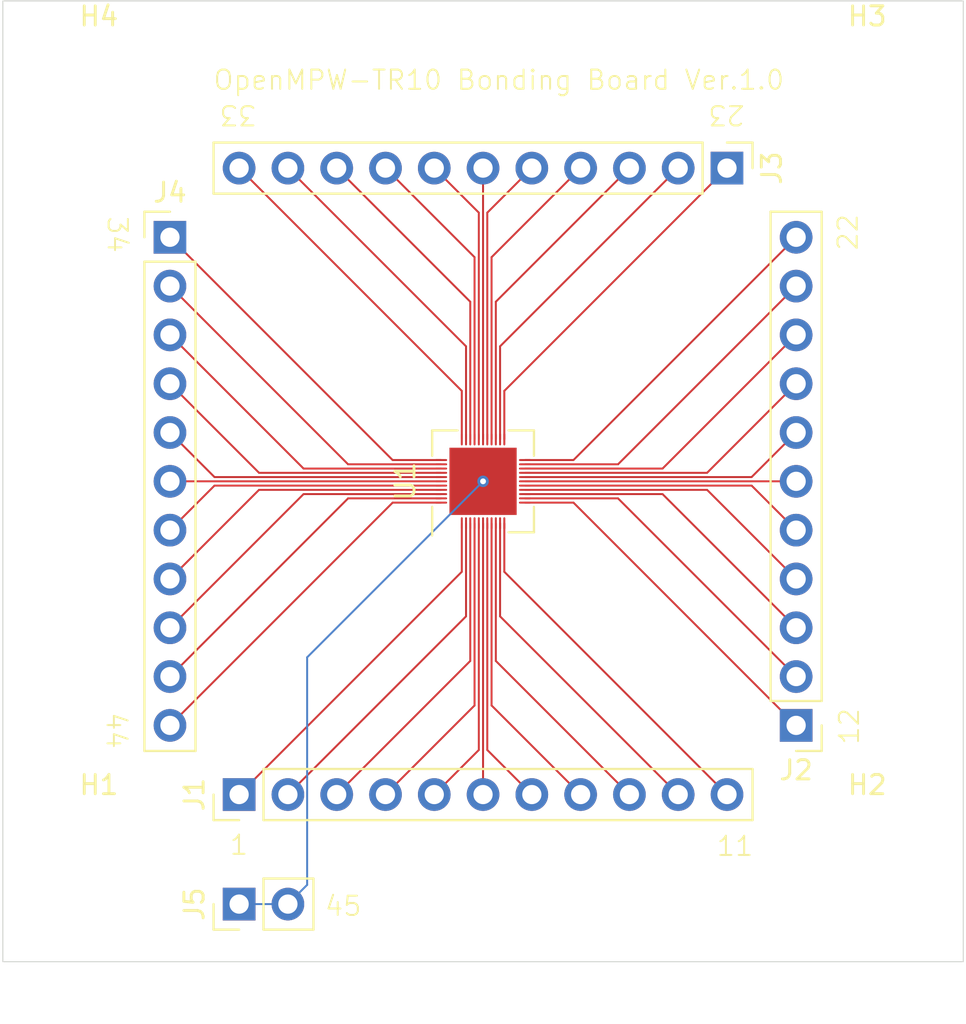
<source format=kicad_pcb>
(kicad_pcb (version 20240108) (generator "pcbnew") (generator_version "8.0")
  (layers (0 "F.Cu" signal) (31 "B.Cu" signal) (34 "B.Paste" user) (35 "F.Paste" user) (36 "B.SilkS" user "B.Silkscreen") (37 "F.SilkS" user "F.Silkscreen") (38 "B.Mask" user) (39 "F.Mask" user) (44 "Edge.Cuts" user))
  (net 0 "")
  (net 1 "Net-(J1-Pin_3)")
  (net 2 "Net-(J1-Pin_10)")
  (net 3 "Net-(J1-Pin_2)")
  (net 4 "Net-(J1-Pin_9)")
  (net 5 "Net-(J1-Pin_8)")
  (net 6 "Net-(J1-Pin_5)")
  (net 7 "Net-(J1-Pin_1)")
  (net 8 "Net-(J1-Pin_11)")
  (net 9 "Net-(J1-Pin_6)")
  (net 10 "Net-(J1-Pin_7)")
  (net 11 "Net-(J1-Pin_4)")
  (net 12 "Net-(J2-Pin_11)")
  (net 13 "Net-(J2-Pin_1)")
  (net 14 "Net-(J2-Pin_3)")
  (net 15 "Net-(J2-Pin_10)")
  (net 16 "Net-(J2-Pin_7)")
  (net 17 "Net-(J2-Pin_8)")
  (net 18 "Net-(J2-Pin_6)")
  (net 19 "Net-(J2-Pin_4)")
  (net 20 "Net-(J2-Pin_5)")
  (net 21 "Net-(J2-Pin_2)")
  (net 22 "Net-(J2-Pin_9)")
  (net 23 "Net-(J3-Pin_10)")
  (net 24 "Net-(J3-Pin_2)")
  (net 25 "Net-(J3-Pin_11)")
  (net 26 "Net-(J3-Pin_4)")
  (net 27 "Net-(J3-Pin_7)")
  (net 28 "Net-(J3-Pin_9)")
  (net 29 "Net-(J3-Pin_3)")
  (net 30 "Net-(J3-Pin_5)")
  (net 31 "Net-(J3-Pin_1)")
  (net 32 "Net-(J3-Pin_6)")
  (net 33 "Net-(J3-Pin_8)")
  (net 34 "Net-(J4-Pin_4)")
  (net 35 "Net-(J4-Pin_2)")
  (net 36 "Net-(J4-Pin_10)")
  (net 37 "Net-(J4-Pin_7)")
  (net 38 "Net-(J4-Pin_6)")
  (net 39 "Net-(J4-Pin_3)")
  (net 40 "Net-(J4-Pin_8)")
  (net 41 "Net-(J4-Pin_11)")
  (net 42 "Net-(J4-Pin_9)")
  (net 43 "Net-(J4-Pin_1)")
  (net 44 "Net-(J4-Pin_5)")
  (net 45 "Net-(J5-Pin_1)")
  (footprint "Connector_PinHeader_2.54mm:PinHeader_1x02_P2.54mm_Vertical" (layer "F.Cu") (at 137.3 122 90)
    (property "Reference" "J5" (at 0 -2.33 90) (layer "F.SilkS"))
    (property "Value" "Conn_01x02_Pin")
    (fp_line (start -1.33 -1.33) (end 0 -1.33) (stroke (width 0.12)) (layer "F.SilkS"))
    (fp_line (start -1.33 0) (end -1.33 -1.33) (stroke (width 0.12)) (layer "F.SilkS"))
    (fp_line (start 1.33 1.27) (end 1.33 3.87) (stroke (width 0.12)) (layer "F.SilkS"))
    (fp_line (start -1.33 1.27) (end 1.33 1.27) (stroke (width 0.12)) (layer "F.SilkS"))
    (fp_line (start -1.33 1.27) (end -1.33 3.87) (stroke (width 0.12)) (layer "F.SilkS"))
    (fp_line (start -1.33 3.87) (end 1.33 3.87) (stroke (width 0.12)) (layer "F.SilkS"))
    (pad "1" thru_hole rect (at 0 0 90) (size 1.7 1.7) (drill 1) (layers "*.Cu" "*.Mask") (net 45 "Net-(J5-Pin_1)"))
    (pad "2" thru_hole oval (at 0 2.54 90) (size 1.7 1.7) (drill 1) (layers "*.Cu" "*.Mask") (net 45 "Net-(J5-Pin_1)"))
  )
  (footprint "MountingHole:MountingHole_3.2mm_M3" (layer "F.Cu") (at 130 120)
    (property "Reference" "H1" (at 0 -4.2 0) (layer "F.SilkS"))
    (property "Value" "MountingHole")
    (pad "" np_thru_hole circle (at 0 0) (size 3.2 3.2) (drill 3.2) (layers "*.Cu" "*.Mask"))
  )
  (footprint "Connector_PinHeader_2.54mm:PinHeader_1x11_P2.54mm_Vertical" (layer "F.Cu") (at 133.7 87.3)
    (property "Reference" "J4" (at 0 -2.33 0) (layer "F.SilkS"))
    (property "Value" "Conn_01x11_Pin")
    (fp_line (start -1.33 -1.33) (end 0 -1.33) (stroke (width 0.12)) (layer "F.SilkS"))
    (fp_line (start -1.33 0) (end -1.33 -1.33) (stroke (width 0.12)) (layer "F.SilkS"))
    (fp_line (start -1.33 1.27) (end -1.33 26.73) (stroke (width 0.12)) (layer "F.SilkS"))
    (fp_line (start -1.33 1.27) (end 1.33 1.27) (stroke (width 0.12)) (layer "F.SilkS"))
    (fp_line (start -1.33 26.73) (end 1.33 26.73) (stroke (width 0.12)) (layer "F.SilkS"))
    (fp_line (start 1.33 1.27) (end 1.33 26.73) (stroke (width 0.12)) (layer "F.SilkS"))
    (pad "1" thru_hole rect (at 0 0) (size 1.7 1.7) (drill 1) (layers "*.Cu" "*.Mask") (net 43 "Net-(J4-Pin_1)"))
    (pad "2" thru_hole oval (at 0 2.54) (size 1.7 1.7) (drill 1) (layers "*.Cu" "*.Mask") (net 35 "Net-(J4-Pin_2)"))
    (pad "3" thru_hole oval (at 0 5.08) (size 1.7 1.7) (drill 1) (layers "*.Cu" "*.Mask") (net 39 "Net-(J4-Pin_3)"))
    (pad "4" thru_hole oval (at 0 7.62) (size 1.7 1.7) (drill 1) (layers "*.Cu" "*.Mask") (net 34 "Net-(J4-Pin_4)"))
    (pad "5" thru_hole oval (at 0 10.16) (size 1.7 1.7) (drill 1) (layers "*.Cu" "*.Mask") (net 44 "Net-(J4-Pin_5)"))
    (pad "6" thru_hole oval (at 0 12.7) (size 1.7 1.7) (drill 1) (layers "*.Cu" "*.Mask") (net 38 "Net-(J4-Pin_6)"))
    (pad "7" thru_hole oval (at 0 15.24) (size 1.7 1.7) (drill 1) (layers "*.Cu" "*.Mask") (net 37 "Net-(J4-Pin_7)"))
    (pad "8" thru_hole oval (at 0 17.78) (size 1.7 1.7) (drill 1) (layers "*.Cu" "*.Mask") (net 40 "Net-(J4-Pin_8)"))
    (pad "9" thru_hole oval (at 0 20.32) (size 1.7 1.7) (drill 1) (layers "*.Cu" "*.Mask") (net 42 "Net-(J4-Pin_9)"))
    (pad "10" thru_hole oval (at 0 22.86) (size 1.7 1.7) (drill 1) (layers "*.Cu" "*.Mask") (net 36 "Net-(J4-Pin_10)"))
    (pad "11" thru_hole oval (at 0 25.4) (size 1.7 1.7) (drill 1) (layers "*.Cu" "*.Mask") (net 41 "Net-(J4-Pin_11)"))
  )
  (footprint "Connector_PinHeader_2.54mm:PinHeader_1x11_P2.54mm_Vertical" (layer "F.Cu") (at 166.3 112.7 180)
    (property "Reference" "J2" (at 0 -2.33 0) (layer "F.SilkS"))
    (property "Value" "Conn_01x11_Pin")
    (fp_line (start 1.33 1.27) (end 1.33 26.73) (stroke (width 0.12)) (layer "F.SilkS"))
    (fp_line (start -1.33 26.73) (end 1.33 26.73) (stroke (width 0.12)) (layer "F.SilkS"))
    (fp_line (start -1.33 1.27) (end 1.33 1.27) (stroke (width 0.12)) (layer "F.SilkS"))
    (fp_line (start -1.33 1.27) (end -1.33 26.73) (stroke (width 0.12)) (layer "F.SilkS"))
    (fp_line (start -1.33 0) (end -1.33 -1.33) (stroke (width 0.12)) (layer "F.SilkS"))
    (fp_line (start -1.33 -1.33) (end 0 -1.33) (stroke (width 0.12)) (layer "F.SilkS"))
    (pad "1" thru_hole rect (at 0 0 180) (size 1.7 1.7) (drill 1) (layers "*.Cu" "*.Mask") (net 13 "Net-(J2-Pin_1)"))
    (pad "2" thru_hole oval (at 0 2.54 180) (size 1.7 1.7) (drill 1) (layers "*.Cu" "*.Mask") (net 21 "Net-(J2-Pin_2)"))
    (pad "3" thru_hole oval (at 0 5.08 180) (size 1.7 1.7) (drill 1) (layers "*.Cu" "*.Mask") (net 14 "Net-(J2-Pin_3)"))
    (pad "4" thru_hole oval (at 0 7.62 180) (size 1.7 1.7) (drill 1) (layers "*.Cu" "*.Mask") (net 19 "Net-(J2-Pin_4)"))
    (pad "5" thru_hole oval (at 0 10.16 180) (size 1.7 1.7) (drill 1) (layers "*.Cu" "*.Mask") (net 20 "Net-(J2-Pin_5)"))
    (pad "6" thru_hole oval (at 0 12.7 180) (size 1.7 1.7) (drill 1) (layers "*.Cu" "*.Mask") (net 18 "Net-(J2-Pin_6)"))
    (pad "7" thru_hole oval (at 0 15.24 180) (size 1.7 1.7) (drill 1) (layers "*.Cu" "*.Mask") (net 16 "Net-(J2-Pin_7)"))
    (pad "8" thru_hole oval (at 0 17.78 180) (size 1.7 1.7) (drill 1) (layers "*.Cu" "*.Mask") (net 17 "Net-(J2-Pin_8)"))
    (pad "9" thru_hole oval (at 0 20.32 180) (size 1.7 1.7) (drill 1) (layers "*.Cu" "*.Mask") (net 22 "Net-(J2-Pin_9)"))
    (pad "10" thru_hole oval (at 0 22.86 180) (size 1.7 1.7) (drill 1) (layers "*.Cu" "*.Mask") (net 15 "Net-(J2-Pin_10)"))
    (pad "11" thru_hole oval (at 0 25.4 180) (size 1.7 1.7) (drill 1) (layers "*.Cu" "*.Mask") (net 12 "Net-(J2-Pin_11)"))
  )
  (footprint "Connector_PinHeader_2.54mm:PinHeader_1x11_P2.54mm_Vertical" (layer "F.Cu") (at 162.7 83.7 -90)
    (property "Reference" "J3" (at 0 -2.33 90) (layer "F.SilkS"))
    (property "Value" "Conn_01x11_Pin")
    (fp_line (start -1.33 26.73) (end 1.33 26.73) (stroke (width 0.12)) (layer "F.SilkS"))
    (fp_line (start -1.33 1.27) (end -1.33 26.73) (stroke (width 0.12)) (layer "F.SilkS"))
    (fp_line (start -1.33 1.27) (end 1.33 1.27) (stroke (width 0.12)) (layer "F.SilkS"))
    (fp_line (start 1.33 1.27) (end 1.33 26.73) (stroke (width 0.12)) (layer "F.SilkS"))
    (fp_line (start -1.33 0) (end -1.33 -1.33) (stroke (width 0.12)) (layer "F.SilkS"))
    (fp_line (start -1.33 -1.33) (end 0 -1.33) (stroke (width 0.12)) (layer "F.SilkS"))
    (pad "1" thru_hole rect (at 0 0 270) (size 1.7 1.7) (drill 1) (layers "*.Cu" "*.Mask") (net 31 "Net-(J3-Pin_1)"))
    (pad "2" thru_hole oval (at 0 2.54 270) (size 1.7 1.7) (drill 1) (layers "*.Cu" "*.Mask") (net 24 "Net-(J3-Pin_2)"))
    (pad "3" thru_hole oval (at 0 5.08 270) (size 1.7 1.7) (drill 1) (layers "*.Cu" "*.Mask") (net 29 "Net-(J3-Pin_3)"))
    (pad "4" thru_hole oval (at 0 7.62 270) (size 1.7 1.7) (drill 1) (layers "*.Cu" "*.Mask") (net 26 "Net-(J3-Pin_4)"))
    (pad "5" thru_hole oval (at 0 10.16 270) (size 1.7 1.7) (drill 1) (layers "*.Cu" "*.Mask") (net 30 "Net-(J3-Pin_5)"))
    (pad "6" thru_hole oval (at 0 12.7 270) (size 1.7 1.7) (drill 1) (layers "*.Cu" "*.Mask") (net 32 "Net-(J3-Pin_6)"))
    (pad "7" thru_hole oval (at 0 15.24 270) (size 1.7 1.7) (drill 1) (layers "*.Cu" "*.Mask") (net 27 "Net-(J3-Pin_7)"))
    (pad "8" thru_hole oval (at 0 17.78 270) (size 1.7 1.7) (drill 1) (layers "*.Cu" "*.Mask") (net 33 "Net-(J3-Pin_8)"))
    (pad "9" thru_hole oval (at 0 20.32 270) (size 1.7 1.7) (drill 1) (layers "*.Cu" "*.Mask") (net 28 "Net-(J3-Pin_9)"))
    (pad "10" thru_hole oval (at 0 22.86 270) (size 1.7 1.7) (drill 1) (layers "*.Cu" "*.Mask") (net 23 "Net-(J3-Pin_10)"))
    (pad "11" thru_hole oval (at 0 25.4 270) (size 1.7 1.7) (drill 1) (layers "*.Cu" "*.Mask") (net 25 "Net-(J3-Pin_11)"))
  )
  (footprint "MountingHole:MountingHole_3.2mm_M3" (layer "F.Cu") (at 170 120)
    (property "Reference" "H2" (at 0 -4.2 0) (layer "F.SilkS"))
    (property "Value" "MountingHole")
    (pad "" np_thru_hole circle (at 0 0) (size 3.2 3.2) (drill 3.2) (layers "*.Cu" "*.Mask"))
  )
  (footprint "MountingHole:MountingHole_3.2mm_M3" (layer "F.Cu") (at 170 80)
    (property "Reference" "H3" (at 0 -4.2 0) (layer "F.SilkS"))
    (property "Value" "MountingHole")
    (pad "" np_thru_hole circle (at 0 0) (size 3.2 3.2) (drill 3.2) (layers "*.Cu" "*.Mask"))
  )
  (footprint "MountingHole:MountingHole_3.2mm_M3" (layer "F.Cu") (at 130 80)
    (property "Reference" "H4" (at 0 -4.2 0) (layer "F.SilkS"))
    (property "Value" "MountingHole")
    (pad "" np_thru_hole circle (at 0 0) (size 3.2 3.2) (drill 3.2) (layers "*.Cu" "*.Mask"))
  )
  (footprint "Connector_PinHeader_2.54mm:PinHeader_1x11_P2.54mm_Vertical" (layer "F.Cu") (at 137.3 116.3 90)
    (property "Reference" "J1" (at 0 -2.33 90) (layer "F.SilkS"))
    (property "Value" "Conn_01x11_Pin")
    (fp_line (start -1.33 -1.33) (end 0 -1.33) (stroke (width 0.12)) (layer "F.SilkS"))
    (fp_line (start -1.33 0) (end -1.33 -1.33) (stroke (width 0.12)) (layer "F.SilkS"))
    (fp_line (start 1.33 1.27) (end 1.33 26.73) (stroke (width 0.12)) (layer "F.SilkS"))
    (fp_line (start -1.33 1.27) (end 1.33 1.27) (stroke (width 0.12)) (layer "F.SilkS"))
    (fp_line (start -1.33 1.27) (end -1.33 26.73) (stroke (width 0.12)) (layer "F.SilkS"))
    (fp_line (start -1.33 26.73) (end 1.33 26.73) (stroke (width 0.12)) (layer "F.SilkS"))
    (pad "1" thru_hole rect (at 0 0 90) (size 1.7 1.7) (drill 1) (layers "*.Cu" "*.Mask") (net 7 "Net-(J1-Pin_1)"))
    (pad "2" thru_hole oval (at 0 2.54 90) (size 1.7 1.7) (drill 1) (layers "*.Cu" "*.Mask") (net 3 "Net-(J1-Pin_2)"))
    (pad "3" thru_hole oval (at 0 5.08 90) (size 1.7 1.7) (drill 1) (layers "*.Cu" "*.Mask") (net 1 "Net-(J1-Pin_3)"))
    (pad "4" thru_hole oval (at 0 7.62 90) (size 1.7 1.7) (drill 1) (layers "*.Cu" "*.Mask") (net 11 "Net-(J1-Pin_4)"))
    (pad "5" thru_hole oval (at 0 10.16 90) (size 1.7 1.7) (drill 1) (layers "*.Cu" "*.Mask") (net 6 "Net-(J1-Pin_5)"))
    (pad "6" thru_hole oval (at 0 12.7 90) (size 1.7 1.7) (drill 1) (layers "*.Cu" "*.Mask") (net 9 "Net-(J1-Pin_6)"))
    (pad "7" thru_hole oval (at 0 15.24 90) (size 1.7 1.7) (drill 1) (layers "*.Cu" "*.Mask") (net 10 "Net-(J1-Pin_7)"))
    (pad "8" thru_hole oval (at 0 17.78 90) (size 1.7 1.7) (drill 1) (layers "*.Cu" "*.Mask") (net 5 "Net-(J1-Pin_8)"))
    (pad "9" thru_hole oval (at 0 20.32 90) (size 1.7 1.7) (drill 1) (layers "*.Cu" "*.Mask") (net 4 "Net-(J1-Pin_9)"))
    (pad "10" thru_hole oval (at 0 22.86 90) (size 1.7 1.7) (drill 1) (layers "*.Cu" "*.Mask") (net 2 "Net-(J1-Pin_10)"))
    (pad "11" thru_hole oval (at 0 25.4 90) (size 1.7 1.7) (drill 1) (layers "*.Cu" "*.Mask") (net 8 "Net-(J1-Pin_11)"))
  )
  (footprint "OpenMPW-TR10:PAD-44_EP_5x5_Pitch0.2216mm" (layer "F.Cu") (at 150 100 90)
    (property "Reference" "U1" (at 0 -4.05 90) (layer "F.SilkS"))
    (property "Value" "TR10")
    (fp_line (start 2.65 -2.65) (end 2.65 -1.3296) (stroke (width 0.12)) (layer "F.SilkS"))
    (fp_line (start 1.3296 -2.65) (end 2.65 -2.65) (stroke (width 0.12)) (layer "F.SilkS"))
    (fp_line (start -1.3296 -2.65) (end -2.815 -2.65) (stroke (width 0.12)) (layer "F.SilkS"))
    (fp_line (start 2.65 2.65) (end 2.65 1.3296) (stroke (width 0.12)) (layer "F.SilkS"))
    (fp_line (start 1.3296 2.65) (end 2.65 2.65) (stroke (width 0.12)) (layer "F.SilkS"))
    (fp_line (start -1.3296 2.65) (end -2.65 2.65) (stroke (width 0.12)) (layer "F.SilkS"))
    (fp_line (start -2.65 2.65) (end -2.65 1.3296) (stroke (width 0.12)) (layer "F.SilkS"))
    (pad "1" smd oval (at -2.185 -1.108 180) (size 0.1016 0.63) (layers "F.Cu" "F.Paste" "F.Mask") (net 7 "Net-(J1-Pin_1)"))
    (pad "2" smd oval (at -2.185 -0.8864 180) (size 0.1016 0.63) (layers "F.Cu" "F.Paste" "F.Mask") (net 3 "Net-(J1-Pin_2)"))
    (pad "3" smd oval (at -2.185 -0.6648 180) (size 0.1016 0.63) (layers "F.Cu" "F.Paste" "F.Mask") (net 1 "Net-(J1-Pin_3)"))
    (pad "4" smd oval (at -2.185 -0.4432 180) (size 0.1016 0.63) (layers "F.Cu" "F.Paste" "F.Mask") (net 11 "Net-(J1-Pin_4)"))
    (pad "5" smd oval (at -2.185 -0.2216 180) (size 0.1016 0.63) (layers "F.Cu" "F.Paste" "F.Mask") (net 6 "Net-(J1-Pin_5)"))
    (pad "6" smd oval (at -2.185 0 180) (size 0.1016 0.63) (layers "F.Cu" "F.Paste" "F.Mask") (net 9 "Net-(J1-Pin_6)"))
    (pad "7" smd oval (at -2.185 0.2216 180) (size 0.1016 0.63) (layers "F.Cu" "F.Paste" "F.Mask") (net 10 "Net-(J1-Pin_7)"))
    (pad "8" smd oval (at -2.185 0.4432 180) (size 0.1016 0.63) (layers "F.Cu" "F.Paste" "F.Mask") (net 5 "Net-(J1-Pin_8)"))
    (pad "9" smd oval (at -2.185 0.6648 180) (size 0.1016 0.63) (layers "F.Cu" "F.Paste" "F.Mask") (net 4 "Net-(J1-Pin_9)"))
    (pad "10" smd oval (at -2.185 0.8864 180) (size 0.1016 0.63) (layers "F.Cu" "F.Paste" "F.Mask") (net 2 "Net-(J1-Pin_10)"))
    (pad "11" smd oval (at -2.185 1.108 180) (size 0.1016 0.63) (layers "F.Cu" "F.Paste" "F.Mask") (net 8 "Net-(J1-Pin_11)"))
    (pad "12" smd oval (at -1.108 2.185 90) (size 0.1016 0.63) (layers "F.Cu" "F.Paste" "F.Mask") (net 13 "Net-(J2-Pin_1)"))
    (pad "13" smd oval (at -0.8864 2.185 90) (size 0.1016 0.63) (layers "F.Cu" "F.Paste" "F.Mask") (net 21 "Net-(J2-Pin_2)"))
    (pad "14" smd oval (at -0.6648 2.185 90) (size 0.1016 0.63) (layers "F.Cu" "F.Paste" "F.Mask") (net 14 "Net-(J2-Pin_3)"))
    (pad "15" smd oval (at -0.4432 2.185 90) (size 0.1016 0.63) (layers "F.Cu" "F.Paste" "F.Mask") (net 19 "Net-(J2-Pin_4)"))
    (pad "16" smd oval (at -0.2216 2.185 90) (size 0.1016 0.63) (layers "F.Cu" "F.Paste" "F.Mask") (net 20 "Net-(J2-Pin_5)"))
    (pad "17" smd oval (at 0 2.185 90) (size 0.1016 0.63) (layers "F.Cu" "F.Paste" "F.Mask") (net 18 "Net-(J2-Pin_6)"))
    (pad "18" smd oval (at 0.2216 2.185 90) (size 0.1016 0.63) (layers "F.Cu" "F.Paste" "F.Mask") (net 16 "Net-(J2-Pin_7)"))
    (pad "19" smd oval (at 0.4432 2.185 90) (size 0.1016 0.63) (layers "F.Cu" "F.Paste" "F.Mask") (net 17 "Net-(J2-Pin_8)"))
    (pad "20" smd oval (at 0.6648 2.185 90) (size 0.1016 0.63) (layers "F.Cu" "F.Paste" "F.Mask") (net 22 "Net-(J2-Pin_9)"))
    (pad "21" smd oval (at 0.8864 2.185 90) (size 0.1016 0.63) (layers "F.Cu" "F.Paste" "F.Mask") (net 15 "Net-(J2-Pin_10)"))
    (pad "22" smd oval (at 1.108 2.185 90) (size 0.1016 0.63) (layers "F.Cu" "F.Paste" "F.Mask") (net 12 "Net-(J2-Pin_11)"))
    (pad "23" smd oval (at 2.185 1.108 180) (size 0.1016 0.63) (layers "F.Cu" "F.Paste" "F.Mask") (net 31 "Net-(J3-Pin_1)"))
    (pad "24" smd oval (at 2.185 0.8864 180) (size 0.1016 0.63) (layers "F.Cu" "F.Paste" "F.Mask") (net 24 "Net-(J3-Pin_2)"))
    (pad "25" smd oval (at 2.185 0.6648 180) (size 0.1016 0.63) (layers "F.Cu" "F.Paste" "F.Mask") (net 29 "Net-(J3-Pin_3)"))
    (pad "26" smd oval (at 2.185 0.4432 180) (size 0.1016 0.63) (layers "F.Cu" "F.Paste" "F.Mask") (net 26 "Net-(J3-Pin_4)"))
    (pad "27" smd oval (at 2.185 0.2216 180) (size 0.1016 0.63) (layers "F.Cu" "F.Paste" "F.Mask") (net 30 "Net-(J3-Pin_5)"))
    (pad "28" smd oval (at 2.185 0 180) (size 0.1016 0.63) (layers "F.Cu" "F.Paste" "F.Mask") (net 32 "Net-(J3-Pin_6)"))
    (pad "29" smd oval (at 2.185 -0.2216 180) (size 0.1016 0.63) (layers "F.Cu" "F.Paste" "F.Mask") (net 27 "Net-(J3-Pin_7)"))
    (pad "30" smd oval (at 2.185 -0.4432 180) (size 0.1016 0.63) (layers "F.Cu" "F.Paste" "F.Mask") (net 33 "Net-(J3-Pin_8)"))
    (pad "31" smd oval (at 2.185 -0.6648 180) (size 0.1016 0.63) (layers "F.Cu" "F.Paste" "F.Mask") (net 28 "Net-(J3-Pin_9)"))
    (pad "32" smd oval (at 2.185 -0.8864 180) (size 0.1016 0.63) (layers "F.Cu" "F.Paste" "F.Mask") (net 23 "Net-(J3-Pin_10)"))
    (pad "33" smd oval (at 2.185 -1.108 180) (size 0.1016 0.63) (layers "F.Cu" "F.Paste" "F.Mask") (net 25 "Net-(J3-Pin_11)"))
    (pad "34" smd oval (at 1.108 -2.185 90) (size 0.1016 0.63) (layers "F.Cu" "F.Paste" "F.Mask") (net 43 "Net-(J4-Pin_1)"))
    (pad "35" smd oval (at 0.8864 -2.185 90) (size 0.1016 0.63) (layers "F.Cu" "F.Paste" "F.Mask") (net 35 "Net-(J4-Pin_2)"))
    (pad "36" smd oval (at 0.6648 -2.185 90) (size 0.1016 0.63) (layers "F.Cu" "F.Paste" "F.Mask") (net 39 "Net-(J4-Pin_3)"))
    (pad "37" smd oval (at 0.4432 -2.185 90) (size 0.1016 0.63) (layers "F.Cu" "F.Paste" "F.Mask") (net 34 "Net-(J4-Pin_4)"))
    (pad "38" smd oval (at 0.2216 -2.185 90) (size 0.1016 0.63) (layers "F.Cu" "F.Paste" "F.Mask") (net 44 "Net-(J4-Pin_5)"))
    (pad "39" smd oval (at 0 -2.185 90) (size 0.1016 0.63) (layers "F.Cu" "F.Paste" "F.Mask") (net 38 "Net-(J4-Pin_6)"))
    (pad "40" smd oval (at -0.2216 -2.185 90) (size 0.1016 0.63) (layers "F.Cu" "F.Paste" "F.Mask") (net 37 "Net-(J4-Pin_7)"))
    (pad "41" smd oval (at -0.4432 -2.185 90) (size 0.1016 0.63) (layers "F.Cu" "F.Paste" "F.Mask") (net 40 "Net-(J4-Pin_8)"))
    (pad "42" smd oval (at -0.6648 -2.185 90) (size 0.1016 0.63) (layers "F.Cu" "F.Paste" "F.Mask") (net 42 "Net-(J4-Pin_9)"))
    (pad "43" smd oval (at -0.8864 -2.185 90) (size 0.1016 0.63) (layers "F.Cu" "F.Paste" "F.Mask") (net 36 "Net-(J4-Pin_10)"))
    (pad "44" smd oval (at -1.108 -2.185 90) (size 0.1016 0.63) (layers "F.Cu" "F.Paste" "F.Mask") (net 41 "Net-(J4-Pin_11)"))
    (pad "45" smd rect (at 0 0 90) (size 3.5 3.5) (layers "F.Cu" "F.Mask") (net 45 "Net-(J5-Pin_1)"))
  )
  (gr_rect (start 125 75) (end 175 125) (stroke (width 0.05)) (fill none) (layer "Edge.Cuts"))
  (gr_text "33" (at 138.25 80.35 180) (layer "F.SilkS") (effects (font (size 1 1) (thickness 0.1)) (justify left bottom)))
  (gr_text "34" (at 130.38 86.14 270) (layer "F.SilkS") (effects (font (size 1 1) (thickness 0.1)) (justify left bottom)))
  (gr_text "22" (at 169.58 88.06 90) (layer "F.SilkS") (effects (font (size 1 1) (thickness 0.1)) (justify left bottom)))
  (gr_text "OpenMPW-TR10 Bonding Board Ver.1.0" (at 135.9 79.7 0) (layer "F.SilkS") (effects (font (size 1 1) (thickness 0.1)) (justify left bottom)))
  (gr_text "44" (at 130.32 111.95 270) (layer "F.SilkS") (effects (font (size 1 1) (thickness 0.1)) (justify left bottom)))
  (gr_text "12" (at 169.65 113.77 90) (layer "F.SilkS") (effects (font (size 1 1) (thickness 0.1)) (justify left bottom)))
  (gr_text "1" (at 136.75 119.51 0) (layer "F.SilkS") (effects (font (size 1 1) (thickness 0.1)) (justify left bottom)))
  (gr_text "11" (at 162.1 119.57 0) (layer "F.SilkS") (effects (font (size 1 1) (thickness 0.1)) (justify left bottom)))
  (gr_text "45" (at 141.7 122.69 0) (layer "F.SilkS") (effects (font (size 1 1) (thickness 0.1)) (justify left bottom)))
  (gr_text "23" (at 163.69 80.35 180) (layer "F.SilkS") (effects (font (size 1 1) (thickness 0.1)) (justify left bottom)))
  (segment (start 149.3352 102.185) (end 149.3352 109.3448) (width 0.1016) (layer "F.Cu") (net 1))
  (segment (start 149.3352 109.3448) (end 142.38 116.3) (width 0.1016) (layer "F.Cu") (net 1))
  (segment (start 150.8864 107.0264) (end 160.16 116.3) (width 0.1016) (layer "F.Cu") (net 2))
  (segment (start 150.8864 102.185) (end 150.8864 107.0264) (width 0.1016) (layer "F.Cu") (net 2))
  (segment (start 149.1136 102.185) (end 149.1136 107.0264) (width 0.1016) (layer "F.Cu") (net 3))
  (segment (start 149.1136 107.0264) (end 139.84 116.3) (width 0.1016) (layer "F.Cu") (net 3))
  (segment (start 150.6648 102.185) (end 150.6648 109.3448) (width 0.1016) (layer "F.Cu") (net 4))
  (segment (start 150.6648 109.3448) (end 157.62 116.3) (width 0.1016) (layer "F.Cu") (net 4))
  (segment (start 150.4432 102.185) (end 150.4432 111.6632) (width 0.1016) (layer "F.Cu") (net 5))
  (segment (start 150.4432 111.6632) (end 155.08 116.3) (width 0.1016) (layer "F.Cu") (net 5))
  (segment (start 149.7784 113.9816) (end 147.46 116.3) (width 0.1016) (layer "F.Cu") (net 6))
  (segment (start 149.7784 102.185) (end 149.7784 113.9816) (width 0.1016) (layer "F.Cu") (net 6))
  (segment (start 148.892 104.708) (end 137.3 116.3) (width 0.1016) (layer "F.Cu") (net 7))
  (segment (start 148.892 102.185) (end 148.892 104.708) (width 0.1016) (layer "F.Cu") (net 7))
  (segment (start 151.108 104.708) (end 162.7 116.3) (width 0.1016) (layer "F.Cu") (net 8))
  (segment (start 151.108 102.185) (end 151.108 104.708) (width 0.1016) (layer "F.Cu") (net 8))
  (segment (start 150 102.185) (end 150 116.3) (width 0.1016) (layer "F.Cu") (net 9))
  (segment (start 150.2216 113.9816) (end 152.54 116.3) (width 0.1016) (layer "F.Cu") (net 10))
  (segment (start 150.2216 102.185) (end 150.2216 113.9816) (width 0.1016) (layer "F.Cu") (net 10))
  (segment (start 149.5568 111.6632) (end 144.92 116.3) (width 0.1016) (layer "F.Cu") (net 11))
  (segment (start 149.5568 102.185) (end 149.5568 111.6632) (width 0.1016) (layer "F.Cu") (net 11))
  (segment (start 154.708 98.892) (end 166.3 87.3) (width 0.1016) (layer "F.Cu") (net 12))
  (segment (start 152.185 98.892) (end 154.708 98.892) (width 0.1016) (layer "F.Cu") (net 12))
  (segment (start 154.708 101.108) (end 166.3 112.7) (width 0.1016) (layer "F.Cu") (net 13))
  (segment (start 152.185 101.108) (end 154.708 101.108) (width 0.1016) (layer "F.Cu") (net 13))
  (segment (start 152.185 100.6648) (end 159.3448 100.6648) (width 0.1016) (layer "F.Cu") (net 14))
  (segment (start 159.3448 100.6648) (end 166.3 107.62) (width 0.1016) (layer "F.Cu") (net 14))
  (segment (start 152.185 99.1136) (end 157.0264 99.1136) (width 0.1016) (layer "F.Cu") (net 15))
  (segment (start 157.0264 99.1136) (end 166.3 89.84) (width 0.1016) (layer "F.Cu") (net 15))
  (segment (start 163.9816 99.7784) (end 166.3 97.46) (width 0.1016) (layer "F.Cu") (net 16))
  (segment (start 152.185 99.7784) (end 163.9816 99.7784) (width 0.1016) (layer "F.Cu") (net 16))
  (segment (start 152.185 99.5568) (end 161.6632 99.5568) (width 0.1016) (layer "F.Cu") (net 17))
  (segment (start 161.6632 99.5568) (end 166.3 94.92) (width 0.1016) (layer "F.Cu") (net 17))
  (segment (start 152.185 100) (end 166.3 100) (width 0.1016) (layer "F.Cu") (net 18))
  (segment (start 152.185 100.4432) (end 161.6632 100.4432) (width 0.1016) (layer "F.Cu") (net 19))
  (segment (start 161.6632 100.4432) (end 166.3 105.08) (width 0.1016) (layer "F.Cu") (net 19))
  (segment (start 152.185 100.2216) (end 163.9816 100.2216) (width 0.1016) (layer "F.Cu") (net 20))
  (segment (start 163.9816 100.2216) (end 166.3 102.54) (width 0.1016) (layer "F.Cu") (net 20))
  (segment (start 152.185 100.8864) (end 157.0264 100.8864) (width 0.1016) (layer "F.Cu") (net 21))
  (segment (start 157.0264 100.8864) (end 166.3 110.16) (width 0.1016) (layer "F.Cu") (net 21))
  (segment (start 152.185 99.3352) (end 159.3448 99.3352) (width 0.1016) (layer "F.Cu") (net 22))
  (segment (start 159.3448 99.3352) (end 166.3 92.38) (width 0.1016) (layer "F.Cu") (net 22))
  (segment (start 149.1136 97.815) (end 149.1136 92.9736) (width 0.1016) (layer "F.Cu") (net 23))
  (segment (start 149.1136 92.9736) (end 139.84 83.7) (width 0.1016) (layer "F.Cu") (net 23))
  (segment (start 150.8864 92.9736) (end 160.16 83.7) (width 0.1016) (layer "F.Cu") (net 24))
  (segment (start 150.8864 97.815) (end 150.8864 92.9736) (width 0.1016) (layer "F.Cu") (net 24))
  (segment (start 148.892 95.292) (end 137.3 83.7) (width 0.1016) (layer "F.Cu") (net 25))
  (segment (start 148.892 97.815) (end 148.892 95.292) (width 0.1016) (layer "F.Cu") (net 25))
  (segment (start 150.4432 88.3368) (end 155.08 83.7) (width 0.1016) (layer "F.Cu") (net 26))
  (segment (start 150.4432 97.815) (end 150.4432 88.3368) (width 0.1016) (layer "F.Cu") (net 26))
  (segment (start 149.7784 97.815) (end 149.7784 86.0184) (width 0.1016) (layer "F.Cu") (net 27))
  (segment (start 149.7784 86.0184) (end 147.46 83.7) (width 0.1016) (layer "F.Cu") (net 27))
  (segment (start 149.3352 90.6552) (end 142.38 83.7) (width 0.1016) (layer "F.Cu") (net 28))
  (segment (start 149.3352 97.815) (end 149.3352 90.6552) (width 0.1016) (layer "F.Cu") (net 28))
  (segment (start 150.6648 90.6552) (end 157.62 83.7) (width 0.1016) (layer "F.Cu") (net 29))
  (segment (start 150.6648 97.815) (end 150.6648 90.6552) (width 0.1016) (layer "F.Cu") (net 29))
  (segment (start 150.2216 86.0184) (end 152.54 83.7) (width 0.1016) (layer "F.Cu") (net 30))
  (segment (start 150.2216 97.815) (end 150.2216 86.0184) (width 0.1016) (layer "F.Cu") (net 30))
  (segment (start 151.108 95.292) (end 162.7 83.7) (width 0.1016) (layer "F.Cu") (net 31))
  (segment (start 151.108 97.815) (end 151.108 95.292) (width 0.1016) (layer "F.Cu") (net 31))
  (segment (start 150 97.815) (end 150 83.7) (width 0.1016) (layer "F.Cu") (net 32))
  (segment (start 149.5568 97.815) (end 149.5568 88.3368) (width 0.1016) (layer "F.Cu") (net 33))
  (segment (start 149.5568 88.3368) (end 144.92 83.7) (width 0.1016) (layer "F.Cu") (net 33))
  (segment (start 138.3368 99.5568) (end 133.7 94.92) (width 0.1016) (layer "F.Cu") (net 34))
  (segment (start 147.815 99.5568) (end 138.3368 99.5568) (width 0.1016) (layer "F.Cu") (net 34))
  (segment (start 147.815 99.1136) (end 142.9736 99.1136) (width 0.1016) (layer "F.Cu") (net 35))
  (segment (start 142.9736 99.1136) (end 133.7 89.84) (width 0.1016) (layer "F.Cu") (net 35))
  (segment (start 147.815 100.8864) (end 142.9736 100.8864) (width 0.1016) (layer "F.Cu") (net 36))
  (segment (start 142.9736 100.8864) (end 133.7 110.16) (width 0.1016) (layer "F.Cu") (net 36))
  (segment (start 147.815 100.2216) (end 136.0184 100.2216) (width 0.1016) (layer "F.Cu") (net 37))
  (segment (start 136.0184 100.2216) (end 133.7 102.54) (width 0.1016) (layer "F.Cu") (net 37))
  (segment (start 147.815 100) (end 133.7 100) (width 0.1016) (layer "F.Cu") (net 38))
  (segment (start 140.6552 99.3352) (end 133.7 92.38) (width 0.1016) (layer "F.Cu") (net 39))
  (segment (start 147.815 99.3352) (end 140.6552 99.3352) (width 0.1016) (layer "F.Cu") (net 39))
  (segment (start 147.815 100.4432) (end 138.3368 100.4432) (width 0.1016) (layer "F.Cu") (net 40))
  (segment (start 138.3368 100.4432) (end 133.7 105.08) (width 0.1016) (layer "F.Cu") (net 40))
  (segment (start 145.292 101.108) (end 133.7 112.7) (width 0.1016) (layer "F.Cu") (net 41))
  (segment (start 147.815 101.108) (end 145.292 101.108) (width 0.1016) (layer "F.Cu") (net 41))
  (segment (start 140.6552 100.6648) (end 133.7 107.62) (width 0.1016) (layer "F.Cu") (net 42))
  (segment (start 147.815 100.6648) (end 140.6552 100.6648) (width 0.1016) (layer "F.Cu") (net 42))
  (segment (start 147.815 98.892) (end 145.292 98.892) (width 0.1016) (layer "F.Cu") (net 43))
  (segment (start 145.292 98.892) (end 133.7 87.3) (width 0.1016) (layer "F.Cu") (net 43))
  (segment (start 147.815 99.7784) (end 136.0184 99.7784) (width 0.1016) (layer "F.Cu") (net 44))
  (segment (start 136.0184 99.7784) (end 133.7 97.46) (width 0.1016) (layer "F.Cu") (net 44))
  (via (at 150 100) (size 0.6) (drill 0.3) (layers "F.Cu" "B.Cu") (net 45))
  (segment (start 140.8424 120.9976) (end 139.84 122) (width 0.1016) (layer "B.Cu") (net 45))
  (segment (start 150 100) (end 140.8424 109.1576) (width 0.1016) (layer "B.Cu") (net 45))
  (segment (start 137.3 122) (end 139.84 122) (width 0.1016) (layer "B.Cu") (net 45))
  (segment (start 140.8424 109.1576) (end 140.8424 120.9976) (width 0.1016) (layer "B.Cu") (net 45))
)
</source>
